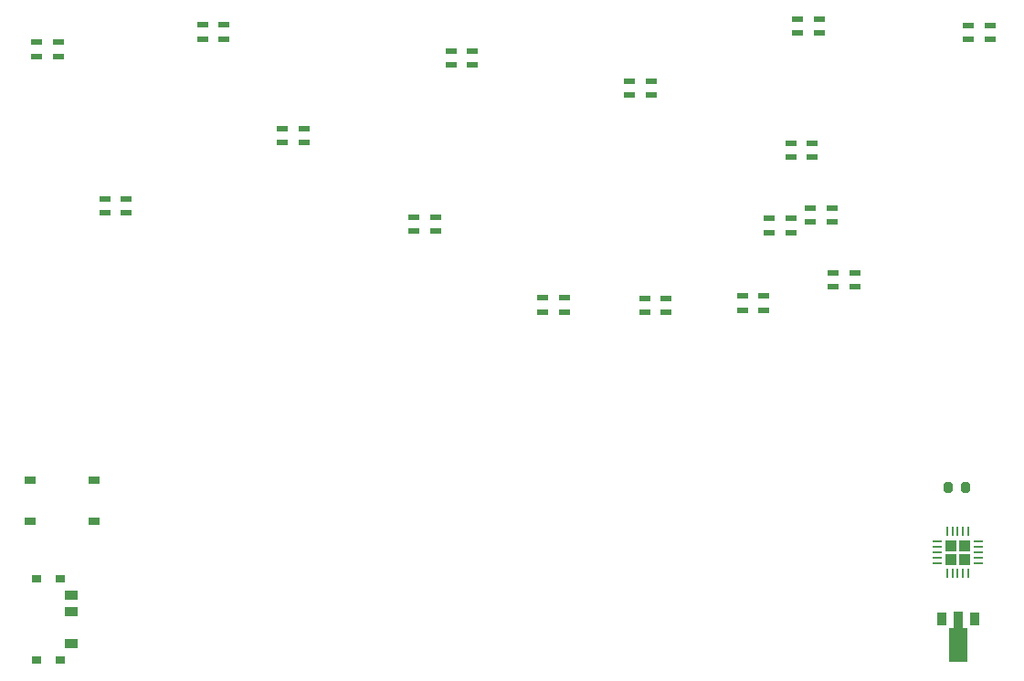
<source format=gbr>
%TF.GenerationSoftware,KiCad,Pcbnew,7.0.6*%
%TF.CreationDate,2023-11-05T20:30:34+01:00*%
%TF.ProjectId,Julkort,4a756c6b-6f72-4742-9e6b-696361645f70,rev?*%
%TF.SameCoordinates,Original*%
%TF.FileFunction,Paste,Top*%
%TF.FilePolarity,Positive*%
%FSLAX46Y46*%
G04 Gerber Fmt 4.6, Leading zero omitted, Abs format (unit mm)*
G04 Created by KiCad (PCBNEW 7.0.6) date 2023-11-05 20:30:34*
%MOMM*%
%LPD*%
G01*
G04 APERTURE LIST*
G04 Aperture macros list*
%AMRoundRect*
0 Rectangle with rounded corners*
0 $1 Rounding radius*
0 $2 $3 $4 $5 $6 $7 $8 $9 X,Y pos of 4 corners*
0 Add a 4 corners polygon primitive as box body*
4,1,4,$2,$3,$4,$5,$6,$7,$8,$9,$2,$3,0*
0 Add four circle primitives for the rounded corners*
1,1,$1+$1,$2,$3*
1,1,$1+$1,$4,$5*
1,1,$1+$1,$6,$7*
1,1,$1+$1,$8,$9*
0 Add four rect primitives between the rounded corners*
20,1,$1+$1,$2,$3,$4,$5,0*
20,1,$1+$1,$4,$5,$6,$7,0*
20,1,$1+$1,$6,$7,$8,$9,0*
20,1,$1+$1,$8,$9,$2,$3,0*%
%AMFreePoly0*
4,1,9,3.862500,-0.866500,0.737500,-0.866500,0.737500,-0.450000,-0.737500,-0.450000,-0.737500,0.450000,0.737500,0.450000,0.737500,0.866500,3.862500,0.866500,3.862500,-0.866500,3.862500,-0.866500,$1*%
G04 Aperture macros list end*
%ADD10R,1.000000X0.600000*%
%ADD11RoundRect,0.200000X0.200000X0.275000X-0.200000X0.275000X-0.200000X-0.275000X0.200000X-0.275000X0*%
%ADD12R,0.900000X1.300000*%
%ADD13FreePoly0,270.000000*%
%ADD14R,1.200000X0.900000*%
%ADD15R,0.900000X0.800000*%
%ADD16RoundRect,0.249999X-0.290001X-0.290001X0.290001X-0.290001X0.290001X0.290001X-0.290001X0.290001X0*%
%ADD17RoundRect,0.062500X-0.350000X-0.062500X0.350000X-0.062500X0.350000X0.062500X-0.350000X0.062500X0*%
%ADD18RoundRect,0.062500X-0.062500X-0.350000X0.062500X-0.350000X0.062500X0.350000X-0.062500X0.350000X0*%
%ADD19R,1.000000X0.750000*%
G04 APERTURE END LIST*
D10*
%TO.C,D14*%
X148020075Y-85969201D03*
X148020075Y-87269201D03*
X150020075Y-87269201D03*
X150020075Y-85969201D03*
%TD*%
%TO.C,D12*%
X143538947Y-100139957D03*
X143538947Y-101439957D03*
X145538947Y-101439957D03*
X145538947Y-100139957D03*
%TD*%
D11*
%TO.C,R1*%
X164269654Y-117873176D03*
X162619654Y-117873176D03*
%TD*%
D12*
%TO.C,U2*%
X165054247Y-130104485D03*
D13*
X163554247Y-130191985D03*
D12*
X162054247Y-130104485D03*
%TD*%
D14*
%TO.C,J1*%
X81374644Y-132389317D03*
X81374644Y-129389317D03*
X81374644Y-127889317D03*
D15*
X80324644Y-126339317D03*
X80324644Y-133939317D03*
X78124644Y-133939317D03*
X78124644Y-126339317D03*
%TD*%
D10*
%TO.C,D9*%
X113130595Y-92830523D03*
X113130595Y-94130523D03*
X115130595Y-94130523D03*
X115130595Y-92830523D03*
%TD*%
%TO.C,D2*%
X148653278Y-74448155D03*
X148653278Y-75748155D03*
X150653278Y-75748155D03*
X150653278Y-74448155D03*
%TD*%
%TO.C,D15*%
X149864617Y-91956466D03*
X149864617Y-93256466D03*
X151864617Y-93256466D03*
X151864617Y-91956466D03*
%TD*%
%TO.C,D8*%
X100935621Y-84596700D03*
X100935621Y-85896700D03*
X102935621Y-85896700D03*
X102935621Y-84596700D03*
%TD*%
D16*
%TO.C,U1*%
X162885410Y-123297699D03*
X162885410Y-124547699D03*
X164135410Y-123297699D03*
X164135410Y-124547699D03*
D17*
X161572910Y-122922699D03*
X161572910Y-123422699D03*
X161572910Y-123922699D03*
X161572910Y-124422699D03*
X161572910Y-124922699D03*
D18*
X162510410Y-125860199D03*
X163010410Y-125860199D03*
X163510410Y-125860199D03*
X164010410Y-125860199D03*
X164510410Y-125860199D03*
D17*
X165447910Y-124922699D03*
X165447910Y-124422699D03*
X165447910Y-123922699D03*
X165447910Y-123422699D03*
X165447910Y-122922699D03*
D18*
X164510410Y-121985199D03*
X164010410Y-121985199D03*
X163510410Y-121985199D03*
X163010410Y-121985199D03*
X162510410Y-121985199D03*
%TD*%
D10*
%TO.C,D3*%
X133070128Y-80227600D03*
X133070128Y-81527600D03*
X135070128Y-81527600D03*
X135070128Y-80227600D03*
%TD*%
%TO.C,D5*%
X93493551Y-75010598D03*
X93493551Y-76310598D03*
X95493551Y-76310598D03*
X95493551Y-75010598D03*
%TD*%
%TO.C,D10*%
X125029939Y-100321800D03*
X125029939Y-101621800D03*
X127029939Y-101621800D03*
X127029939Y-100321800D03*
%TD*%
%TO.C,D1*%
X164493092Y-75061875D03*
X164493092Y-76361875D03*
X166493092Y-76361875D03*
X166493092Y-75061875D03*
%TD*%
D19*
%TO.C,S1*%
X77499405Y-117249277D03*
X83499405Y-117249277D03*
X77499405Y-120999277D03*
X83499405Y-120999277D03*
%TD*%
D10*
%TO.C,D7*%
X84452863Y-91128432D03*
X84452863Y-92428432D03*
X86452863Y-92428432D03*
X86452863Y-91128432D03*
%TD*%
%TO.C,D13*%
X146055928Y-92943768D03*
X146055928Y-94243768D03*
X148055928Y-94243768D03*
X148055928Y-92943768D03*
%TD*%
%TO.C,D4*%
X116541637Y-77407412D03*
X116541637Y-78707412D03*
X118541637Y-78707412D03*
X118541637Y-77407412D03*
%TD*%
%TO.C,D6*%
X78148571Y-76610787D03*
X78148571Y-77910787D03*
X80148571Y-77910787D03*
X80148571Y-76610787D03*
%TD*%
%TO.C,D16*%
X151975158Y-97983820D03*
X151975158Y-99283820D03*
X153975158Y-99283820D03*
X153975158Y-97983820D03*
%TD*%
%TO.C,D11*%
X134479275Y-100360766D03*
X134479275Y-101660766D03*
X136479275Y-101660766D03*
X136479275Y-100360766D03*
%TD*%
M02*

</source>
